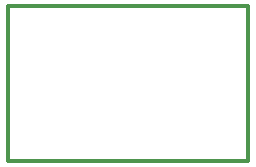
<source format=gko>
G04 Layer_Color=16711935*
%FSLAX25Y25*%
%MOIN*%
G70*
G01*
G75*
%ADD15C,0.01200*%
D15*
X80000Y0D02*
Y51900D01*
X0D02*
X80000D01*
X0Y0D02*
Y51900D01*
Y0D02*
X80000D01*
M02*

</source>
